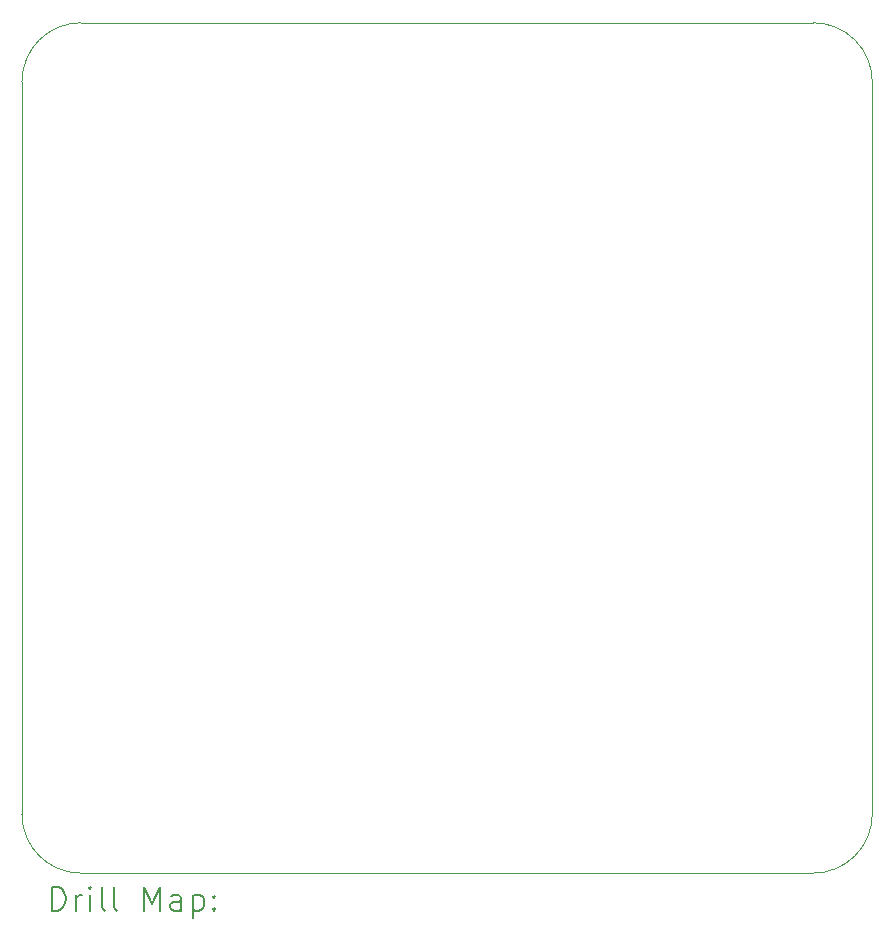
<source format=gbr>
%TF.GenerationSoftware,KiCad,Pcbnew,7.0.5*%
%TF.CreationDate,2024-05-26T12:51:41+03:00*%
%TF.ProjectId,LoRa_MuPr-VAF4751_L,4c6f5261-5f4d-4755-9072-2d5641463437,rev?*%
%TF.SameCoordinates,Original*%
%TF.FileFunction,Drillmap*%
%TF.FilePolarity,Positive*%
%FSLAX45Y45*%
G04 Gerber Fmt 4.5, Leading zero omitted, Abs format (unit mm)*
G04 Created by KiCad (PCBNEW 7.0.5) date 2024-05-26 12:51:41*
%MOMM*%
%LPD*%
G01*
G04 APERTURE LIST*
%ADD10C,0.100000*%
%ADD11C,0.200000*%
G04 APERTURE END LIST*
D10*
X12020000Y-5020000D02*
X18220000Y-5020000D01*
X12020000Y-5020000D02*
G75*
G03*
X11520000Y-5520000I0J-500000D01*
G01*
X11520000Y-11720000D02*
G75*
G03*
X12020000Y-12220000I500000J0D01*
G01*
X11520000Y-5520000D02*
X11520000Y-11720000D01*
X18720000Y-5520000D02*
X18720000Y-11720000D01*
X12020000Y-12220000D02*
X18220000Y-12220000D01*
X18220000Y-12220000D02*
G75*
G03*
X18720000Y-11720000I0J500000D01*
G01*
X18720000Y-5520000D02*
G75*
G03*
X18220000Y-5020000I-500000J0D01*
G01*
D11*
X11775777Y-12536484D02*
X11775777Y-12336484D01*
X11775777Y-12336484D02*
X11823396Y-12336484D01*
X11823396Y-12336484D02*
X11851967Y-12346008D01*
X11851967Y-12346008D02*
X11871015Y-12365055D01*
X11871015Y-12365055D02*
X11880539Y-12384103D01*
X11880539Y-12384103D02*
X11890062Y-12422198D01*
X11890062Y-12422198D02*
X11890062Y-12450769D01*
X11890062Y-12450769D02*
X11880539Y-12488865D01*
X11880539Y-12488865D02*
X11871015Y-12507912D01*
X11871015Y-12507912D02*
X11851967Y-12526960D01*
X11851967Y-12526960D02*
X11823396Y-12536484D01*
X11823396Y-12536484D02*
X11775777Y-12536484D01*
X11975777Y-12536484D02*
X11975777Y-12403150D01*
X11975777Y-12441246D02*
X11985301Y-12422198D01*
X11985301Y-12422198D02*
X11994824Y-12412674D01*
X11994824Y-12412674D02*
X12013872Y-12403150D01*
X12013872Y-12403150D02*
X12032920Y-12403150D01*
X12099586Y-12536484D02*
X12099586Y-12403150D01*
X12099586Y-12336484D02*
X12090062Y-12346008D01*
X12090062Y-12346008D02*
X12099586Y-12355531D01*
X12099586Y-12355531D02*
X12109110Y-12346008D01*
X12109110Y-12346008D02*
X12099586Y-12336484D01*
X12099586Y-12336484D02*
X12099586Y-12355531D01*
X12223396Y-12536484D02*
X12204348Y-12526960D01*
X12204348Y-12526960D02*
X12194824Y-12507912D01*
X12194824Y-12507912D02*
X12194824Y-12336484D01*
X12328158Y-12536484D02*
X12309110Y-12526960D01*
X12309110Y-12526960D02*
X12299586Y-12507912D01*
X12299586Y-12507912D02*
X12299586Y-12336484D01*
X12556729Y-12536484D02*
X12556729Y-12336484D01*
X12556729Y-12336484D02*
X12623396Y-12479341D01*
X12623396Y-12479341D02*
X12690062Y-12336484D01*
X12690062Y-12336484D02*
X12690062Y-12536484D01*
X12871015Y-12536484D02*
X12871015Y-12431722D01*
X12871015Y-12431722D02*
X12861491Y-12412674D01*
X12861491Y-12412674D02*
X12842443Y-12403150D01*
X12842443Y-12403150D02*
X12804348Y-12403150D01*
X12804348Y-12403150D02*
X12785301Y-12412674D01*
X12871015Y-12526960D02*
X12851967Y-12536484D01*
X12851967Y-12536484D02*
X12804348Y-12536484D01*
X12804348Y-12536484D02*
X12785301Y-12526960D01*
X12785301Y-12526960D02*
X12775777Y-12507912D01*
X12775777Y-12507912D02*
X12775777Y-12488865D01*
X12775777Y-12488865D02*
X12785301Y-12469817D01*
X12785301Y-12469817D02*
X12804348Y-12460293D01*
X12804348Y-12460293D02*
X12851967Y-12460293D01*
X12851967Y-12460293D02*
X12871015Y-12450769D01*
X12966253Y-12403150D02*
X12966253Y-12603150D01*
X12966253Y-12412674D02*
X12985301Y-12403150D01*
X12985301Y-12403150D02*
X13023396Y-12403150D01*
X13023396Y-12403150D02*
X13042443Y-12412674D01*
X13042443Y-12412674D02*
X13051967Y-12422198D01*
X13051967Y-12422198D02*
X13061491Y-12441246D01*
X13061491Y-12441246D02*
X13061491Y-12498388D01*
X13061491Y-12498388D02*
X13051967Y-12517436D01*
X13051967Y-12517436D02*
X13042443Y-12526960D01*
X13042443Y-12526960D02*
X13023396Y-12536484D01*
X13023396Y-12536484D02*
X12985301Y-12536484D01*
X12985301Y-12536484D02*
X12966253Y-12526960D01*
X13147205Y-12517436D02*
X13156729Y-12526960D01*
X13156729Y-12526960D02*
X13147205Y-12536484D01*
X13147205Y-12536484D02*
X13137682Y-12526960D01*
X13137682Y-12526960D02*
X13147205Y-12517436D01*
X13147205Y-12517436D02*
X13147205Y-12536484D01*
X13147205Y-12412674D02*
X13156729Y-12422198D01*
X13156729Y-12422198D02*
X13147205Y-12431722D01*
X13147205Y-12431722D02*
X13137682Y-12422198D01*
X13137682Y-12422198D02*
X13147205Y-12412674D01*
X13147205Y-12412674D02*
X13147205Y-12431722D01*
M02*

</source>
